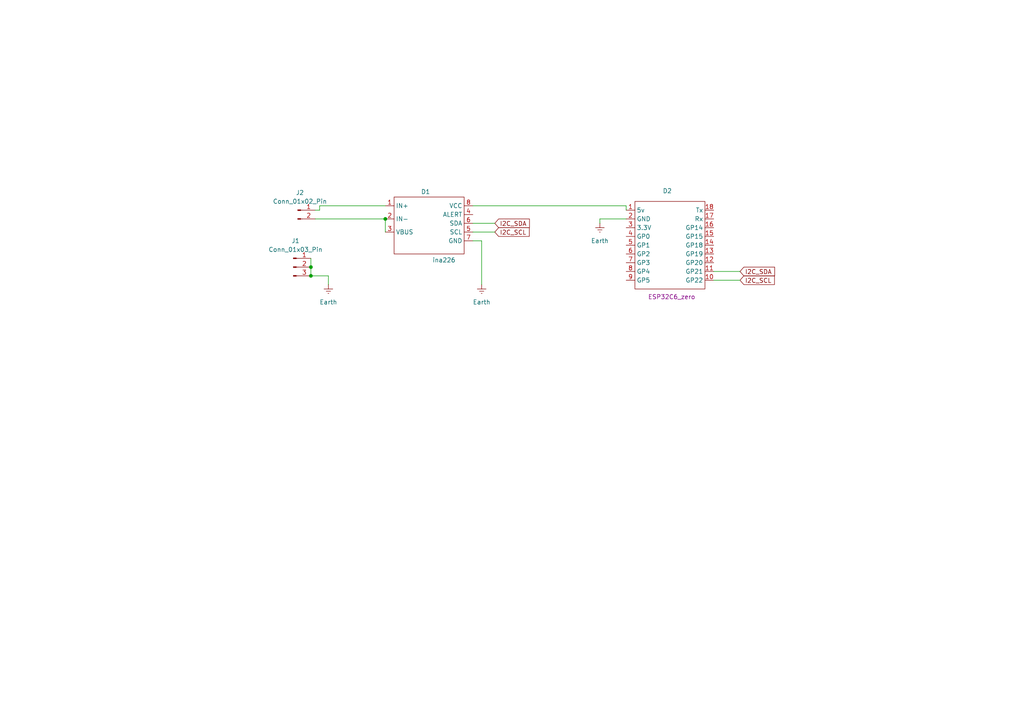
<source format=kicad_sch>
(kicad_sch (version 20231120) (generator "eeschema") (generator_version "8.0")
  (paper "A4")
  (lib_symbols
    (symbol "Connector:Conn_01x02_Pin" (pin_names (offset 1.016) hide)
      (property "Reference" "J" (at 0 2.54 0))
      (property "Value" "Conn_01x02_Pin" (at 0 -5.08 0))
      (symbol "Conn_01x02_Pin_1_1"
        (polyline (pts (xy 1.27 -2.54) (xy 0.8636 -2.54)) (stroke (width 0.1524)))
        (polyline (pts (xy 1.27 0) (xy 0.8636 0)) (stroke (width 0.1524)))
        (rectangle (start 0.8636 -2.413) (end 0 -2.667) (stroke (width 0.1524)) (fill (type outline)))
        (rectangle (start 0.8636 0.127) (end 0 -0.127) (stroke (width 0.1524)) (fill (type outline)))
        (pin passive line (at 5.08 0 180) (length 3.81) (name "Pin_1") (number "1"))
        (pin passive line (at 5.08 -2.54 180) (length 3.81) (name "Pin_2") (number "2"))
      )
    )
    (symbol "Connector:Conn_01x03_Pin" (pin_names (offset 1.016) hide)
      (property "Reference" "J" (at 0 5.08 0))
      (property "Value" "Conn_01x03_Pin" (at 0 -5.08 0))
      (symbol "Conn_01x03_Pin_1_1"
        (polyline (pts (xy 1.27 -2.54) (xy 0.8636 -2.54)) (stroke (width 0.1524)))
        (polyline (pts (xy 1.27 0) (xy 0.8636 0)) (stroke (width 0.1524)))
        (polyline (pts (xy 1.27 2.54) (xy 0.8636 2.54)) (stroke (width 0.1524)))
        (rectangle (start 0.8636 -2.413) (end 0 -2.667) (stroke (width 0.1524)) (fill (type outline)))
        (rectangle (start 0.8636 0.127) (end 0 -0.127) (stroke (width 0.1524)) (fill (type outline)))
        (rectangle (start 0.8636 2.667) (end 0 2.413) (stroke (width 0.1524)) (fill (type outline)))
        (pin passive line (at 5.08 2.54 180) (length 3.81) (name "Pin_1") (number "1"))
        (pin passive line (at 5.08 0 180) (length 3.81) (name "Pin_2") (number "2"))
        (pin passive line (at 5.08 -2.54 180) (length 3.81) (name "Pin_3") (number "3"))
      )
    )
    (symbol "VIP_metr_lib:esp32_c6"
      (property "Reference" "D" (at 13.462 18.542 0))
      (symbol "esp32_c6_0_1"
        (rectangle (start 11.43 16.51) (end 31.75 -8.89))
      )
      (symbol "esp32_c6_1_1"
        (pin power_in line (at 8.89 13.97 0) (length 2.54) (name "5v") (number "1"))
        (pin bidirectional line (at 34.29 -6.35 180) (length 2.54) (name "GP22") (number "10"))
        (pin bidirectional line (at 34.29 -3.81 180) (length 2.54) (name "GP21") (number "11"))
        (pin bidirectional line (at 34.29 -1.27 180) (length 2.54) (name "GP20") (number "12"))
        (pin bidirectional line (at 34.29 1.27 180) (length 2.54) (name "GP19") (number "13"))
        (pin bidirectional line (at 34.29 3.81 180) (length 2.54) (name "GP18") (number "14"))
        (pin bidirectional line (at 34.29 6.35 180) (length 2.54) (name "GP15") (number "15"))
        (pin bidirectional line (at 34.29 8.89 180) (length 2.54) (name "GP14") (number "16"))
        (pin bidirectional line (at 34.29 11.43 180) (length 2.54) (name "Rx") (number "17"))
        (pin bidirectional line (at 34.29 13.97 180) (length 2.54) (name "Tx") (number "18"))
        (pin power_in line (at 8.89 11.43 0) (length 2.54) (name "GND") (number "2"))
        (pin power_out line (at 8.89 8.89 0) (length 2.54) (name "3.3V") (number "3"))
        (pin bidirectional line (at 8.89 6.35 0) (length 2.54) (name "GP0") (number "4"))
        (pin bidirectional line (at 8.89 3.81 0) (length 2.54) (name "GP1") (number "5"))
        (pin bidirectional line (at 8.89 1.27 0) (length 2.54) (name "GP2") (number "6"))
        (pin bidirectional line (at 8.89 -1.27 0) (length 2.54) (name "GP3") (number "7"))
        (pin bidirectional line (at 8.89 -3.81 0) (length 2.54) (name "GP4") (number "8"))
        (pin bidirectional line (at 8.89 -6.35 0) (length 2.54) (name "GP5") (number "9"))
      )
    )
    (symbol "VIP_metr_lib:ina226"
      (property "Reference" "D1" (at 20.574 18.034 0))
      (property "Value" "ina226" (at 25.908 -1.778 0))
      (symbol "ina226_0_1"
        (rectangle (start 11.43 16.51) (end 31.75 0))
      )
      (symbol "ina226_1_1"
        (pin output line (at 8.89 13.97 0) (length 2.54) (name "IN+") (number "1"))
        (pin input line (at 8.89 10.16 0) (length 2.54) (name "IN-") (number "2"))
        (pin input line (at 8.89 6.35 0) (length 2.54) (name "VBUS") (number "3"))
        (pin output line (at 34.29 11.43 180) (length 2.54) (name "ALERT") (number "4"))
        (pin input line (at 34.29 6.35 180) (length 2.54) (name "SCL") (number "5"))
        (pin bidirectional line (at 34.29 8.89 180) (length 2.54) (name "SDA") (number "6"))
        (pin power_in line (at 34.29 3.81 180) (length 2.54) (name "GND") (number "7"))
        (pin power_in line (at 34.29 13.97 180) (length 2.54) (name "VCC") (number "8"))
      )
    )
    (symbol "power:Earth" (power) (pin_numbers hide) (pin_names (offset 0) hide)
      (property "Value" "Earth" (at 0 -3.81 0))
      (symbol "Earth_0_1"
        (polyline (pts (xy -0.635 -1.905) (xy 0.635 -1.905)))
        (polyline (pts (xy -0.127 -2.54) (xy 0.127 -2.54)))
        (polyline (pts (xy 0 -1.27) (xy 0 0)))
        (polyline (pts (xy 1.27 -1.27) (xy -1.27 -1.27)))
      )
      (symbol "Earth_1_1"
        (pin power_in line (at 0 0 270) (length 0) (name "~") (number "1"))
      )
    )
  )
  (junction (at 90.17 77.47))
  (junction (at 111.76 63.5))
  (junction (at 90.17 80.01))
  (wire (pts (xy 137.16 69.85) (xy 139.7 69.85)))
  (wire (pts (xy 207.01 78.74) (xy 214.63 78.74)))
  (wire (pts (xy 137.16 64.77) (xy 143.51 64.77)))
  (wire (pts (xy 181.61 59.69) (xy 181.61 60.96)))
  (wire (pts (xy 92.71 60.96) (xy 92.71 59.69)))
  (wire (pts (xy 92.71 59.69) (xy 111.76 59.69)))
  (wire (pts (xy 139.7 69.85) (xy 139.7 82.55)))
  (wire (pts (xy 90.17 77.47) (xy 90.17 80.01)))
  (wire (pts (xy 91.44 60.96) (xy 92.71 60.96)))
  (wire (pts (xy 137.16 67.31) (xy 143.51 67.31)))
  (wire (pts (xy 173.99 63.5) (xy 181.61 63.5)))
  (wire (pts (xy 207.01 81.28) (xy 214.63 81.28)))
  (wire (pts (xy 91.44 63.5) (xy 111.76 63.5)))
  (wire (pts (xy 137.16 59.69) (xy 181.61 59.69)))
  (wire (pts (xy 111.76 63.5) (xy 111.76 67.31)))
  (wire (pts (xy 90.17 74.93) (xy 90.17 77.47)))
  (wire (pts (xy 95.25 80.01) (xy 95.25 82.55)))
  (wire (pts (xy 90.17 80.01) (xy 95.25 80.01)))
  (wire (pts (xy 173.99 64.77) (xy 173.99 63.5)))
  (global_label "I2C_SCL" (shape input) (at 143.51 67.31 0) (property "Intersheetrefs" "${INTERSHEET_REFS}" (effects (hide yes))))
  (global_label "I2C_SDA" (shape input) (at 214.63 78.74 0) (property "Intersheetrefs" "${INTERSHEET_REFS}" (effects (hide yes))))
  (global_label "I2C_SDA" (shape input) (at 143.51 64.77 0) (property "Intersheetrefs" "${INTERSHEET_REFS}" (effects (hide yes))))
  (global_label "I2C_SCL" (shape input) (at 214.63 81.28 0) (property "Intersheetrefs" "${INTERSHEET_REFS}" (effects (hide yes))))
  (symbol (lib_id "VIP_metr_lib:ina226") (at 102.87 73.66 0) (unit 1)
    (property "Reference" "D1" (at 123.444 55.626 0))
    (property "Value" "ina226" (at 128.778 75.438 0))
    (property "Footprint" "VIP_metr_Library:ina226" (effects (hide yes)))
  )
  (symbol (lib_id "power:Earth") (at 95.25 82.55 0) (unit 1)
    (property "Reference" "#PWR01" (effects (hide yes)))
    (property "Value" "Earth" (at 95.25 87.63 0))
    (property "Description" "Power symbol creates a global label with name \"Earth\"" (effects (hide yes)))
  )
  (symbol (lib_id "power:Earth") (at 173.99 64.77 0) (unit 1)
    (property "Reference" "#PWR03" (effects (hide yes)))
    (property "Value" "Earth" (at 173.99 69.85 0))
    (property "Description" "Power symbol creates a global label with name \"Earth\"" (effects (hide yes)))
  )
  (symbol (lib_id "VIP_metr_lib:esp32_c6") (at 172.72 74.93 0) (unit 1)
    (property "Reference" "D2" (at 193.548 55.372 0))
    (property "Footprint" "VIP_metr_Library:ESP32_c6_zero" (effects (hide yes)))
    (property "Description" "ESP32C6_zero" (at 194.818 86.106 0))
  )
  (symbol (lib_id "Connector:Conn_01x02_Pin") (at 86.36 60.96 0) (unit 1)
    (property "Reference" "J2" (at 86.995 55.88 0))
    (property "Value" "Conn_01x02_Pin" (at 86.995 58.42 0))
    (property "Footprint" "VIP_metr_Library:conn_x2_pitch2.5" (effects (hide yes)))
    (property "Description" "Generic connector, single row, 01x02, script generated" (effects (hide yes)))
  )
  (symbol (lib_id "Connector:Conn_01x03_Pin") (at 85.09 77.47 0) (unit 1)
    (property "Reference" "J1" (at 85.725 69.85 0))
    (property "Value" "Conn_01x03_Pin" (at 85.725 72.39 0))
    (property "Footprint" "VIP_metr_Library:conn_x3_pitch2.5" (effects (hide yes)))
    (property "Description" "Generic connector, single row, 01x03, script generated" (effects (hide yes)))
  )
  (symbol (lib_id "power:Earth") (at 139.7 82.55 0) (unit 1)
    (property "Reference" "#PWR02" (effects (hide yes)))
    (property "Value" "Earth" (at 139.7 87.63 0))
    (property "Description" "Power symbol creates a global label with name \"Earth\"" (effects (hide yes)))
  )
)
</source>
